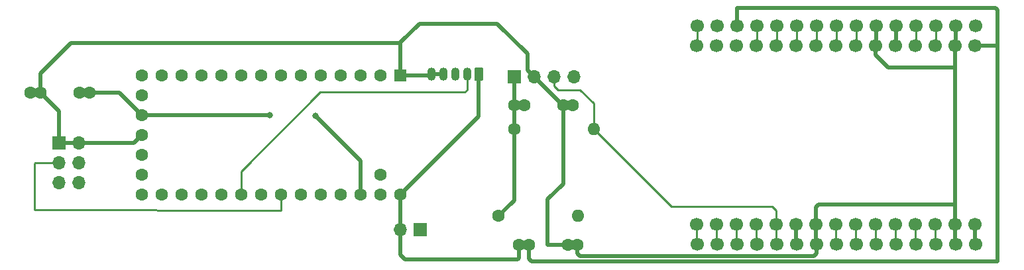
<source format=gbr>
G04 #@! TF.GenerationSoftware,KiCad,Pcbnew,(5.1.5)-3*
G04 #@! TF.CreationDate,2020-08-28T12:33:56+02:00*
G04 #@! TF.ProjectId,DNMS,444e4d53-2e6b-4696-9361-645f70636258,0.9.0*
G04 #@! TF.SameCoordinates,Original*
G04 #@! TF.FileFunction,Copper,L2,Bot*
G04 #@! TF.FilePolarity,Positive*
%FSLAX46Y46*%
G04 Gerber Fmt 4.6, Leading zero omitted, Abs format (unit mm)*
G04 Created by KiCad (PCBNEW (5.1.5)-3) date 2020-08-28 12:33:56*
%MOMM*%
%LPD*%
G04 APERTURE LIST*
%ADD10C,1.700000*%
%ADD11C,1.740000*%
%ADD12O,1.700000X1.700000*%
%ADD13R,1.700000X1.700000*%
%ADD14C,1.600000*%
%ADD15O,1.100000X1.700000*%
%ADD16C,0.100000*%
%ADD17R,1.600000X1.600000*%
%ADD18O,1.600000X1.600000*%
%ADD19C,0.800000*%
%ADD20C,0.500000*%
%ADD21C,0.250000*%
G04 APERTURE END LIST*
D10*
X149143720Y-87723980D03*
X151683720Y-87723980D03*
X154223720Y-87723980D03*
D11*
X156763720Y-87723980D03*
D10*
X159303720Y-87723980D03*
X161843720Y-87723980D03*
X164383720Y-87723980D03*
X166923720Y-87723980D03*
X169463720Y-87723980D03*
X172003720Y-87723980D03*
X174543720Y-87723980D03*
X177083720Y-87723980D03*
X179623720Y-87723980D03*
X182163720Y-87723980D03*
X184703720Y-87723980D03*
X184703720Y-59783980D03*
X182163720Y-59783980D03*
X179623720Y-59783980D03*
X177083720Y-59783980D03*
X174543720Y-59783980D03*
X172003720Y-59783980D03*
X169463720Y-59783980D03*
X166923720Y-59783980D03*
X164383720Y-59783980D03*
X161843720Y-59783980D03*
X159303720Y-59783980D03*
X156763720Y-59783980D03*
X154223720Y-59783980D03*
X151683720Y-59783980D03*
X149143720Y-59783980D03*
X151648160Y-85163660D03*
X156728160Y-85163660D03*
X154188160Y-85163660D03*
X174508160Y-85163660D03*
X171968160Y-85163660D03*
X166888160Y-85163660D03*
X169428160Y-85163660D03*
X184668160Y-85163660D03*
X164348160Y-85163660D03*
X159268160Y-85163660D03*
X161808160Y-85163660D03*
X177048160Y-85163660D03*
X182128160Y-85163660D03*
X179588160Y-85163660D03*
X149108160Y-85163660D03*
X184668160Y-62303660D03*
X182128160Y-62303660D03*
X179588160Y-62303660D03*
X177048160Y-62303660D03*
X174508160Y-62303660D03*
X171968160Y-62303660D03*
X169428160Y-62303660D03*
X166888160Y-62303660D03*
X164348160Y-62303660D03*
X161808160Y-62303660D03*
X159268160Y-62303660D03*
X156728160Y-62303660D03*
X154188160Y-62303660D03*
X151648160Y-62303660D03*
X149108160Y-62303660D03*
D12*
X70205600Y-79870300D03*
X67665600Y-79870300D03*
X70205600Y-77330300D03*
X67665600Y-77330300D03*
X70205600Y-74790300D03*
D13*
X67665600Y-74790300D03*
D14*
X132648020Y-87823800D03*
X127648020Y-87823800D03*
X126398020Y-87823800D03*
X133898020Y-87823800D03*
X132055440Y-69976380D03*
X127055440Y-69976380D03*
X125805440Y-69976380D03*
X133305440Y-69976380D03*
X65281480Y-68351400D03*
X70281480Y-68351400D03*
X71531480Y-68351400D03*
X64031480Y-68351400D03*
D15*
X115276880Y-65990480D03*
X116776880Y-65990480D03*
X118276880Y-65990480D03*
X119776880Y-65990480D03*
G04 #@! TA.AperFunction,ComponentPad*
D16*
G36*
X121681029Y-65141259D02*
G01*
X121696726Y-65143587D01*
X121712119Y-65147443D01*
X121727060Y-65152789D01*
X121741405Y-65159573D01*
X121755016Y-65167731D01*
X121767761Y-65177184D01*
X121779519Y-65187841D01*
X121790176Y-65199599D01*
X121799629Y-65212344D01*
X121807787Y-65225955D01*
X121814571Y-65240300D01*
X121819917Y-65255241D01*
X121823773Y-65270634D01*
X121826101Y-65286331D01*
X121826880Y-65302180D01*
X121826880Y-66678780D01*
X121826101Y-66694629D01*
X121823773Y-66710326D01*
X121819917Y-66725719D01*
X121814571Y-66740660D01*
X121807787Y-66755005D01*
X121799629Y-66768616D01*
X121790176Y-66781361D01*
X121779519Y-66793119D01*
X121767761Y-66803776D01*
X121755016Y-66813229D01*
X121741405Y-66821387D01*
X121727060Y-66828171D01*
X121712119Y-66833517D01*
X121696726Y-66837373D01*
X121681029Y-66839701D01*
X121665180Y-66840480D01*
X120888580Y-66840480D01*
X120872731Y-66839701D01*
X120857034Y-66837373D01*
X120841641Y-66833517D01*
X120826700Y-66828171D01*
X120812355Y-66821387D01*
X120798744Y-66813229D01*
X120785999Y-66803776D01*
X120774241Y-66793119D01*
X120763584Y-66781361D01*
X120754131Y-66768616D01*
X120745973Y-66755005D01*
X120739189Y-66740660D01*
X120733843Y-66725719D01*
X120729987Y-66710326D01*
X120727659Y-66694629D01*
X120726880Y-66678780D01*
X120726880Y-65302180D01*
X120727659Y-65286331D01*
X120729987Y-65270634D01*
X120733843Y-65255241D01*
X120739189Y-65240300D01*
X120745973Y-65225955D01*
X120754131Y-65212344D01*
X120763584Y-65199599D01*
X120774241Y-65187841D01*
X120785999Y-65177184D01*
X120798744Y-65167731D01*
X120812355Y-65159573D01*
X120826700Y-65152789D01*
X120841641Y-65147443D01*
X120857034Y-65143587D01*
X120872731Y-65141259D01*
X120888580Y-65140480D01*
X121665180Y-65140480D01*
X121681029Y-65141259D01*
G37*
G04 #@! TD.AperFunction*
D17*
X111267240Y-66171500D03*
D14*
X108727240Y-66171500D03*
X106187240Y-66171500D03*
X103647240Y-66171500D03*
X101107240Y-66171500D03*
X98567240Y-66171500D03*
X96027240Y-66171500D03*
X93487240Y-66171500D03*
X90947240Y-66171500D03*
X88407240Y-66171500D03*
X85867240Y-66171500D03*
X83327240Y-66171500D03*
X80787240Y-66171500D03*
X108727240Y-78871500D03*
X111267240Y-81411500D03*
X108727240Y-81411500D03*
X106187240Y-81411500D03*
X103647240Y-81411500D03*
X101107240Y-81411500D03*
X98567240Y-81411500D03*
X96027240Y-81411500D03*
X93487240Y-81411500D03*
X90947240Y-81411500D03*
X88407240Y-81411500D03*
X85867240Y-81411500D03*
X83327240Y-81411500D03*
X80787240Y-81411500D03*
X78247240Y-66171500D03*
X78247240Y-68711500D03*
X78247240Y-71251500D03*
X78247240Y-81411500D03*
X78247240Y-78871500D03*
X78247240Y-76331500D03*
X78247240Y-73791500D03*
D18*
X133950200Y-84107780D03*
D14*
X123790200Y-84107780D03*
D18*
X135950200Y-72977260D03*
D14*
X125790200Y-72977260D03*
D12*
X133410200Y-66320560D03*
X130870200Y-66320560D03*
X128330200Y-66320560D03*
D13*
X125790200Y-66320560D03*
D12*
X111252000Y-85833960D03*
D13*
X113792000Y-85833960D03*
D19*
X94554620Y-71251500D03*
X100444300Y-71297800D03*
D20*
X172003720Y-62268100D02*
X171968160Y-62303660D01*
X172003720Y-59783980D02*
X172003720Y-62268100D01*
X182163720Y-62268100D02*
X182128160Y-62303660D01*
X182163720Y-59783980D02*
X182163720Y-62268100D01*
X182128160Y-87688420D02*
X182163720Y-87723980D01*
X182128160Y-85163660D02*
X182128160Y-87688420D01*
X164348160Y-87688420D02*
X164383720Y-87723980D01*
X164348160Y-85163660D02*
X164348160Y-87688420D01*
X67665600Y-74790300D02*
X70205600Y-74790300D01*
X77248440Y-74790300D02*
X78247240Y-73791500D01*
X70205600Y-74790300D02*
X77248440Y-74790300D01*
X111276880Y-66161860D02*
X111267240Y-66171500D01*
X111276880Y-61990480D02*
X111276880Y-66161860D01*
X132055440Y-69976380D02*
X132055440Y-71107750D01*
X67665600Y-70735520D02*
X65281480Y-68351400D01*
X67665600Y-74790300D02*
X67665600Y-70735520D01*
X111276880Y-61990480D02*
X110226880Y-61990480D01*
X182128160Y-62303660D02*
X182128160Y-63505741D01*
X164348160Y-85163660D02*
X164348160Y-82984340D01*
X164348160Y-82984340D02*
X164683440Y-82649060D01*
X164683440Y-82649060D02*
X181978300Y-82649060D01*
X131986020Y-69976380D02*
X132055440Y-69976380D01*
X128330200Y-66320560D02*
X131986020Y-69976380D01*
X69184520Y-61986160D02*
X65278000Y-65892680D01*
X110172500Y-61986160D02*
X69184520Y-61986160D01*
X65281480Y-66087320D02*
X65278000Y-65892680D01*
X65278000Y-65892680D02*
X65281480Y-68351400D01*
X132055440Y-69976380D02*
X133305440Y-69976380D01*
X171968160Y-62303660D02*
X171968160Y-63505741D01*
X173557539Y-65095120D02*
X182148480Y-65095120D01*
X182128160Y-62303660D02*
X182148480Y-65095120D01*
X171968160Y-63505741D02*
X173557539Y-65095120D01*
X182148480Y-65095120D02*
X182128160Y-85163660D01*
X132648020Y-87823800D02*
X133898020Y-87823800D01*
X133898020Y-88955170D02*
X133898020Y-87823800D01*
X164079581Y-89230200D02*
X134173050Y-89230200D01*
X134173050Y-89230200D02*
X133898020Y-88955170D01*
X164383720Y-88926061D02*
X164079581Y-89230200D01*
X164383720Y-87723980D02*
X164383720Y-88926061D01*
X65281480Y-68351400D02*
X64031480Y-68351400D01*
X130111500Y-87823800D02*
X132648020Y-87823800D01*
X130070860Y-82019140D02*
X130070860Y-87783160D01*
X130070860Y-87783160D02*
X130111500Y-87823800D01*
X132055440Y-71107750D02*
X132055440Y-80034560D01*
X132055440Y-80034560D02*
X130070860Y-82019140D01*
X115020850Y-66171500D02*
X115201870Y-65990480D01*
X111267240Y-66171500D02*
X115020850Y-66171500D01*
X127480201Y-65470561D02*
X127480201Y-63345201D01*
X128330200Y-66320560D02*
X127480201Y-65470561D01*
X127480201Y-63345201D02*
X123649740Y-59514740D01*
X113687860Y-59514740D02*
X111379000Y-61823600D01*
X123649740Y-59514740D02*
X113687860Y-59514740D01*
X111276880Y-61990480D02*
X111379000Y-61823600D01*
X115276880Y-65990480D02*
X116776880Y-65990480D01*
X174543720Y-62268100D02*
X174508160Y-62303660D01*
X174543720Y-59783980D02*
X174543720Y-62268100D01*
X184668160Y-87688420D02*
X184703720Y-87723980D01*
X184668160Y-85163660D02*
X184668160Y-87688420D01*
X161808160Y-87688420D02*
X161843720Y-87723980D01*
X161808160Y-85163660D02*
X161808160Y-87688420D01*
X125790200Y-69961140D02*
X125805440Y-69976380D01*
X125790200Y-66320560D02*
X125790200Y-69961140D01*
X125805440Y-72962020D02*
X125790200Y-72977260D01*
X125805440Y-69976380D02*
X125805440Y-72962020D01*
X125805440Y-69976380D02*
X127055440Y-69976380D01*
X125790200Y-82107780D02*
X123790200Y-84107780D01*
X125790200Y-72977260D02*
X125790200Y-82107780D01*
X117276880Y-75401860D02*
X111267240Y-81411500D01*
X187459620Y-62303660D02*
X184668160Y-62303660D01*
X187551060Y-62212220D02*
X187459620Y-62303660D01*
X186778900Y-89961720D02*
X167182800Y-89961720D01*
X167147240Y-89961720D02*
X127985520Y-89961720D01*
X154266140Y-57545480D02*
X187313060Y-57545480D01*
X187551060Y-57783480D02*
X187313060Y-57545480D01*
X187551060Y-62212220D02*
X187551060Y-57783480D01*
X154223720Y-57587900D02*
X154223720Y-59783980D01*
X154266140Y-57545480D02*
X154223720Y-57587900D01*
X111267240Y-85818720D02*
X111252000Y-85833960D01*
X111267240Y-81411500D02*
X111267240Y-85818720D01*
X111828580Y-89690700D02*
X126219460Y-89690700D01*
X111252000Y-85833960D02*
X111252000Y-89114120D01*
X111252000Y-89114120D02*
X111828580Y-89690700D01*
X126398020Y-87823800D02*
X127648020Y-87823800D01*
X126398020Y-89512140D02*
X126398020Y-87823800D01*
X126219460Y-89690700D02*
X126398020Y-89512140D01*
X187551060Y-62212220D02*
X187551060Y-89964990D01*
X187551060Y-89964990D02*
X186799220Y-89964990D01*
X127648020Y-89624220D02*
X127648020Y-87823800D01*
X127985520Y-89961720D02*
X127648020Y-89624220D01*
X121276880Y-71401860D02*
X117276880Y-75401860D01*
X121276880Y-65990480D02*
X121276880Y-71401860D01*
D21*
X156728160Y-87688420D02*
X156763720Y-87723980D01*
X156728160Y-85163660D02*
X156728160Y-87688420D01*
X119776880Y-67972300D02*
X119776880Y-65990480D01*
X101036120Y-68295520D02*
X119453660Y-68295520D01*
X90947240Y-81411500D02*
X90947240Y-78384400D01*
X119453660Y-68295520D02*
X119776880Y-67972300D01*
X90947240Y-78384400D02*
X101036120Y-68295520D01*
X159268160Y-87688420D02*
X159303720Y-87723980D01*
X159268160Y-85163660D02*
X159268160Y-87688420D01*
X159268160Y-83433920D02*
X159268160Y-85163660D01*
X158783020Y-82948780D02*
X159268160Y-83433920D01*
X146756120Y-82948780D02*
X146781520Y-82933540D01*
X146781520Y-82933540D02*
X158783020Y-82948780D01*
X135950200Y-69727840D02*
X135950200Y-72977260D01*
X134239000Y-68016640D02*
X135950200Y-69727840D01*
X130870200Y-66320560D02*
X130870200Y-67522641D01*
X131364199Y-68016640D02*
X134239000Y-68016640D01*
X130870200Y-67522641D02*
X131364199Y-68016640D01*
X145906480Y-82933540D02*
X135950200Y-72977260D01*
X146781520Y-82933540D02*
X145906480Y-82933540D01*
X96027240Y-83400900D02*
X96027240Y-81411500D01*
X64508380Y-77797660D02*
X64508380Y-77401420D01*
X64579500Y-77330300D02*
X67665600Y-77330300D01*
X64508380Y-77401420D02*
X64579500Y-77330300D01*
X64508380Y-77797660D02*
X64508380Y-83372960D01*
X96027240Y-83400900D02*
X64508380Y-83372960D01*
X159303720Y-62318900D02*
X159301180Y-62321440D01*
X159303720Y-59783980D02*
X159303720Y-62318900D01*
X149143720Y-62318900D02*
X149141180Y-62321440D01*
X149143720Y-59783980D02*
X149143720Y-62318900D01*
D20*
X75347140Y-68351400D02*
X78247240Y-71251500D01*
X71531480Y-68351400D02*
X75347140Y-68351400D01*
X71531480Y-68351400D02*
X70281480Y-68351400D01*
X78247240Y-71251500D02*
X94554620Y-71251500D01*
X94554620Y-71251500D02*
X94656220Y-71251500D01*
X106187240Y-77040740D02*
X106187240Y-81411500D01*
X100444300Y-71297800D02*
X106187240Y-77040740D01*
D21*
X151648160Y-87688420D02*
X151683720Y-87723980D01*
X151648160Y-85163660D02*
X151648160Y-87688420D01*
X154188160Y-87688420D02*
X154223720Y-87723980D01*
X154188160Y-85163660D02*
X154188160Y-87688420D01*
X174508160Y-87688420D02*
X174543720Y-87723980D01*
X174508160Y-85163660D02*
X174508160Y-87688420D01*
X171968160Y-87688420D02*
X172003720Y-87723980D01*
X171968160Y-85163660D02*
X171968160Y-87688420D01*
X166888160Y-87688420D02*
X166923720Y-87723980D01*
X166888160Y-85163660D02*
X166888160Y-87688420D01*
X169428160Y-87688420D02*
X169463720Y-87723980D01*
X169428160Y-85163660D02*
X169428160Y-87688420D01*
X177048160Y-87688420D02*
X177083720Y-87723980D01*
X177048160Y-85163660D02*
X177048160Y-87688420D01*
X179588160Y-87688420D02*
X179623720Y-87723980D01*
X179588160Y-85163660D02*
X179588160Y-87688420D01*
X149108160Y-87688420D02*
X149143720Y-87723980D01*
X149108160Y-85163660D02*
X149108160Y-87688420D01*
X179623720Y-62268100D02*
X179588160Y-62303660D01*
X179623720Y-59783980D02*
X179623720Y-62268100D01*
X177083720Y-62268100D02*
X177048160Y-62303660D01*
X177083720Y-59783980D02*
X177083720Y-62268100D01*
X169463720Y-62318900D02*
X169461180Y-62321440D01*
X169463720Y-59783980D02*
X169463720Y-62318900D01*
X166923720Y-62318900D02*
X166921180Y-62321440D01*
X166923720Y-59783980D02*
X166923720Y-62318900D01*
X164383720Y-62318900D02*
X164381180Y-62321440D01*
X164383720Y-59783980D02*
X164383720Y-62318900D01*
X161843720Y-62318900D02*
X161841180Y-62321440D01*
X161843720Y-59783980D02*
X161843720Y-62318900D01*
X156763720Y-62318900D02*
X156761180Y-62321440D01*
X156763720Y-59783980D02*
X156763720Y-62318900D01*
M02*

</source>
